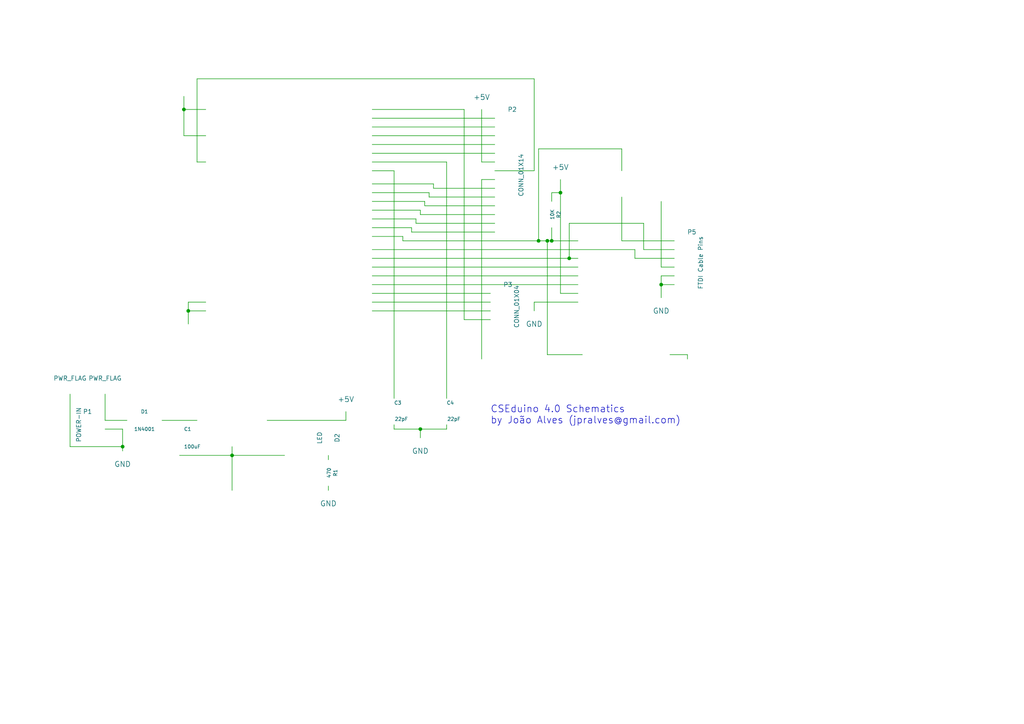
<source format=kicad_sch>
(kicad_sch (version 20211123) (generator eeschema)
  (paper "A4")
  (title_block (title "CSEduino Schematics") (rev "1.0") (company "João Alves"))
  (lib_symbols)
  (junction (at 54.61 90.17))
  (junction (at 191.77 82.55))
  (junction (at 121.92 124.46))
  (junction (at 53.34 31.75))
  (junction (at 158.75 69.85))
  (junction (at 162.56 55.88))
  (junction (at 35.56 129.54))
  (junction (at 160.02 69.85))
  (junction (at 165.1 74.93))
  (junction (at 156.21 69.85))
  (junction (at 67.31 132.08))
  (wire (pts (xy 167.64 87.63) (xy 154.94 87.63)))
  (wire (pts (xy 168.91 102.87) (xy 158.75 102.87)))
  (wire (pts (xy 57.15 22.86) (xy 154.94 22.86)))
  (wire (pts (xy 95.25 140.97) (xy 95.25 142.24)))
  (wire (pts (xy 154.94 22.86) (xy 154.94 49.53)))
  (wire (pts (xy 165.1 64.77) (xy 186.69 64.77)))
  (wire (pts (xy 162.56 52.07) (xy 162.56 55.88)))
  (wire (pts (xy 119.38 67.31) (xy 143.51 67.31)))
  (wire (pts (xy 120.65 63.5) (xy 120.65 64.77)))
  (wire (pts (xy 180.34 69.85) (xy 195.58 69.85)))
  (wire (pts (xy 54.61 90.17) (xy 54.61 93.98)))
  (wire (pts (xy 180.34 43.18) (xy 180.34 49.53)))
  (wire (pts (xy 100.33 121.92) (xy 100.33 119.38)))
  (wire (pts (xy 129.54 46.99) (xy 129.54 115.57)))
  (wire (pts (xy 156.21 69.85) (xy 158.75 69.85)))
  (wire (pts (xy 160.02 55.88) (xy 162.56 55.88)))
  (wire (pts (xy 121.92 124.46) (xy 129.54 124.46)))
  (wire (pts (xy 107.95 41.91) (xy 143.51 41.91)))
  (wire (pts (xy 180.34 57.15) (xy 180.34 69.85)))
  (wire (pts (xy 107.95 74.93) (xy 165.1 74.93)))
  (wire (pts (xy 107.95 72.39) (xy 184.15 72.39)))
  (wire (pts (xy 107.95 85.09) (xy 142.24 85.09)))
  (wire (pts (xy 195.58 80.01) (xy 191.77 80.01)))
  (wire (pts (xy 59.69 90.17) (xy 54.61 90.17)))
  (wire (pts (xy 116.84 69.85) (xy 116.84 68.58)))
  (wire (pts (xy 67.31 132.08) (xy 67.31 142.24)))
  (wire (pts (xy 121.92 124.46) (xy 121.92 127)))
  (wire (pts (xy 52.07 132.08) (xy 67.31 132.08)))
  (wire (pts (xy 160.02 69.85) (xy 167.64 69.85)))
  (wire (pts (xy 114.3 49.53) (xy 114.3 115.57)))
  (wire (pts (xy 77.47 121.92) (xy 100.33 121.92)))
  (wire (pts (xy 139.7 46.99) (xy 139.7 31.75)))
  (wire (pts (xy 107.95 34.29) (xy 143.51 34.29)))
  (wire (pts (xy 59.69 46.99) (xy 57.15 46.99)))
  (wire (pts (xy 191.77 77.47) (xy 191.77 58.42)))
  (wire (pts (xy 53.34 31.75) (xy 53.34 39.37)))
  (wire (pts (xy 121.92 60.96) (xy 121.92 62.23)))
  (wire (pts (xy 30.48 114.3) (xy 30.48 121.92)))
  (wire (pts (xy 107.95 82.55) (xy 167.64 82.55)))
  (wire (pts (xy 53.34 39.37) (xy 59.69 39.37)))
  (wire (pts (xy 194.31 102.87) (xy 199.39 102.87)))
  (wire (pts (xy 160.02 58.42) (xy 160.02 55.88)))
  (wire (pts (xy 107.95 63.5) (xy 120.65 63.5)))
  (wire (pts (xy 165.1 74.93) (xy 167.64 74.93)))
  (wire (pts (xy 116.84 69.85) (xy 156.21 69.85)))
  (wire (pts (xy 107.95 39.37) (xy 143.51 39.37)))
  (wire (pts (xy 107.95 55.88) (xy 124.46 55.88)))
  (wire (pts (xy 143.51 52.07) (xy 139.7 52.07)))
  (wire (pts (xy 57.15 46.99) (xy 57.15 22.86)))
  (wire (pts (xy 107.95 80.01) (xy 167.64 80.01)))
  (wire (pts (xy 35.56 124.46) (xy 35.56 129.54)))
  (wire (pts (xy 156.21 43.18) (xy 156.21 69.85)))
  (wire (pts (xy 121.92 62.23) (xy 143.51 62.23)))
  (wire (pts (xy 124.46 57.15) (xy 143.51 57.15)))
  (wire (pts (xy 184.15 74.93) (xy 195.58 74.93)))
  (wire (pts (xy 195.58 82.55) (xy 191.77 82.55)))
  (wire (pts (xy 180.34 43.18) (xy 156.21 43.18)))
  (wire (pts (xy 154.94 49.53) (xy 143.51 49.53)))
  (wire (pts (xy 107.95 44.45) (xy 143.51 44.45)))
  (wire (pts (xy 129.54 124.46) (xy 129.54 123.19)))
  (wire (pts (xy 20.32 114.3) (xy 20.32 129.54)))
  (wire (pts (xy 35.56 129.54) (xy 35.56 130.81)))
  (wire (pts (xy 125.73 54.61) (xy 143.51 54.61)))
  (wire (pts (xy 116.84 68.58) (xy 107.95 68.58)))
  (wire (pts (xy 134.62 31.75) (xy 134.62 92.71)))
  (wire (pts (xy 114.3 124.46) (xy 114.3 123.19)))
  (wire (pts (xy 199.39 102.87) (xy 199.39 104.14)))
  (wire (pts (xy 107.95 31.75) (xy 134.62 31.75)))
  (wire (pts (xy 20.32 129.54) (xy 35.56 129.54)))
  (wire (pts (xy 160.02 66.04) (xy 160.02 69.85)))
  (wire (pts (xy 107.95 66.04) (xy 119.38 66.04)))
  (wire (pts (xy 124.46 55.88) (xy 124.46 57.15)))
  (wire (pts (xy 107.95 58.42) (xy 123.19 58.42)))
  (wire (pts (xy 191.77 82.55) (xy 191.77 86.36)))
  (wire (pts (xy 120.65 64.77) (xy 143.51 64.77)))
  (wire (pts (xy 53.34 27.94) (xy 53.34 31.75)))
  (wire (pts (xy 143.51 46.99) (xy 139.7 46.99)))
  (wire (pts (xy 67.31 132.08) (xy 82.55 132.08)))
  (wire (pts (xy 139.7 52.07) (xy 139.7 104.14)))
  (wire (pts (xy 186.69 72.39) (xy 195.58 72.39)))
  (wire (pts (xy 54.61 87.63) (xy 54.61 90.17)))
  (wire (pts (xy 158.75 102.87) (xy 158.75 69.85)))
  (wire (pts (xy 107.95 87.63) (xy 142.24 87.63)))
  (wire (pts (xy 158.75 69.85) (xy 160.02 69.85)))
  (wire (pts (xy 107.95 36.83) (xy 143.51 36.83)))
  (wire (pts (xy 107.95 60.96) (xy 121.92 60.96)))
  (wire (pts (xy 107.95 90.17) (xy 142.24 90.17)))
  (wire (pts (xy 134.62 92.71) (xy 142.24 92.71)))
  (wire (pts (xy 123.19 58.42) (xy 123.19 59.69)))
  (wire (pts (xy 119.38 66.04) (xy 119.38 67.31)))
  (wire (pts (xy 195.58 77.47) (xy 191.77 77.47)))
  (wire (pts (xy 59.69 87.63) (xy 54.61 87.63)))
  (wire (pts (xy 125.73 53.34) (xy 125.73 54.61)))
  (wire (pts (xy 46.99 121.92) (xy 57.15 121.92)))
  (wire (pts (xy 184.15 72.39) (xy 184.15 74.93)))
  (wire (pts (xy 162.56 85.09) (xy 167.64 85.09)))
  (wire (pts (xy 95.25 132.08) (xy 95.25 133.35)))
  (wire (pts (xy 162.56 55.88) (xy 162.56 85.09)))
  (wire (pts (xy 165.1 74.93) (xy 165.1 64.77)))
  (wire (pts (xy 67.31 129.54) (xy 67.31 132.08)))
  (wire (pts (xy 123.19 59.69) (xy 143.51 59.69)))
  (wire (pts (xy 154.94 87.63) (xy 154.94 90.17)))
  (wire (pts (xy 30.48 124.46) (xy 35.56 124.46)))
  (wire (pts (xy 59.69 31.75) (xy 53.34 31.75)))
  (wire (pts (xy 107.95 53.34) (xy 125.73 53.34)))
  (wire (pts (xy 114.3 124.46) (xy 121.92 124.46)))
  (wire (pts (xy 107.95 49.53) (xy 114.3 49.53)))
  (wire (pts (xy 191.77 80.01) (xy 191.77 82.55)))
  (wire (pts (xy 186.69 64.77) (xy 186.69 72.39)))
  (wire (pts (xy 30.48 121.92) (xy 36.83 121.92)))
  (wire (pts (xy 107.95 77.47) (xy 167.64 77.47)))
  (wire (pts (xy 107.95 46.99) (xy 129.54 46.99)))
  (text "CSEduino 4.0 Schematics\nby João Alves (jpralves@gmail.com)" (at 142.24 123.19 0) (effects (font (size 2.0066 2.0066)) (justify left bottom)))
  (symbol (lib_id "ATMEGA328-P") (at 82.55 59.69 0) (unit 1)
    (property "Reference" "IC1" (at 63.5 27.94 0) (effects (font (size 1.016 1.016)) (justify left bottom)))
    (property "Value" "ATMEGA328-P" (at 92.71 95.25 0) (effects (font (size 1.016 1.016)) (justify left bottom)))
    (property "Footprint" "DIL28" (at 82.55 59.69 0) (effects (font (size 0.762 0.762) italic)))
  )
  (symbol (lib_id "CONN_01X14") (at 148.59 50.8 0) (unit 1)
    (property "Reference" "P2" (at 148.59 31.75 0))
    (property "Value" "CONN_01X14" (at 151.13 50.8 90))
  )
  (symbol (lib_id "7805") (at 67.31 123.19 0) (unit 1)
    (property "Reference" "U1" (at 71.12 128.1684 0) (effects (font (size 1.524 1.524))))
    (property "Value" "7805" (at 67.31 118.11 0) (effects (font (size 1.524 1.524))))
  )
  (symbol (lib_id "CRYSTAL") (at 121.92 107.95 0) (unit 1)
    (property "Reference" "X1" (at 121.92 104.14 0) (effects (font (size 1.524 1.524))))
    (property "Value" "16 MHz" (at 121.92 111.76 0) (effects (font (size 1.524 1.524))))
  )
  (symbol (lib_id "C") (at 114.3 119.38 0) (unit 1)
    (property "Reference" "C3" (at 114.3 116.84 0) (effects (font (size 1.016 1.016)) (justify left)))
    (property "Value" "22pF" (at 114.4524 121.539 0) (effects (font (size 1.016 1.016)) (justify left)))
  )
  (symbol (lib_id "C") (at 129.54 119.38 0) (unit 1)
    (property "Reference" "C4" (at 129.54 116.84 0) (effects (font (size 1.016 1.016)) (justify left)))
    (property "Value" "22pF" (at 129.6924 121.539 0) (effects (font (size 1.016 1.016)) (justify left)))
  )
  (symbol (lib_id "GND") (at 121.92 127 0) (unit 1)
    (property "Reference" "#PWR01" (effects hide))
    (property "Value" "GND" (at 121.92 130.81 0) (effects (font (size 1.524 1.524))))
  )
  (symbol (lib_id "CAPAPOL") (at 82.55 127 0) (unit 1)
    (property "Reference" "C2" (at 83.82 124.46 0) (effects (font (size 1.016 1.016)) (justify left)))
    (property "Value" "100uF" (at 83.82 129.54 0) (effects (font (size 1.016 1.016)) (justify left)))
  )
  (symbol (lib_id "CAPAPOL") (at 52.07 127 0) (unit 1)
    (property "Reference" "C1" (at 53.34 124.46 0) (effects (font (size 1.016 1.016)) (justify left)))
    (property "Value" "100uF" (at 53.34 129.54 0) (effects (font (size 1.016 1.016)) (justify left)))
  )
  (symbol (lib_id "GND") (at 67.31 142.24 0) (unit 1)
    (property "Reference" "#PWR02" (effects hide))
    (property "Value" "GND" (at 67.31 146.05 0) (effects (font (size 1.524 1.524))))
  )
  (symbol (lib_id "R") (at 95.25 137.16 0) (unit 1)
    (property "Reference" "R1" (at 97.282 137.16 90) (effects (font (size 1.016 1.016))))
    (property "Value" "470" (at 95.4278 137.1346 90) (effects (font (size 1.016 1.016))))
  )
  (symbol (lib_id "LED") (at 95.25 127 270) (mirror x) (unit 1)
    (property "Reference" "D2" (at 97.79 127 0))
    (property "Value" "LED" (at 92.71 127 0))
  )
  (symbol (lib_id "GND") (at 95.25 142.24 0) (unit 1)
    (property "Reference" "#PWR03" (effects hide))
    (property "Value" "GND" (at 95.25 146.05 0) (effects (font (size 1.524 1.524))))
  )
  (symbol (lib_id "+5V") (at 100.33 119.38 0) (unit 1)
    (property "Reference" "#PWR04" (effects hide))
    (property "Value" "+5V" (at 100.33 115.824 0) (effects (font (size 1.524 1.524))))
  )
  (symbol (lib_id "+5V") (at 53.34 27.94 0) (unit 1)
    (property "Reference" "#PWR05" (effects hide))
    (property "Value" "+5V" (at 53.34 24.384 0) (effects (font (size 1.524 1.524))))
  )
  (symbol (lib_id "GND") (at 54.61 93.98 0) (unit 1)
    (property "Reference" "#PWR06" (effects hide))
    (property "Value" "GND" (at 54.61 97.79 0) (effects (font (size 1.524 1.524))))
  )
  (symbol (lib_id "CONN_01X02") (at 25.4 123.19 0) (mirror y) (unit 1)
    (property "Reference" "P1" (at 25.4 119.38 0))
    (property "Value" "POWER-IN" (at 22.86 123.19 90))
  )
  (symbol (lib_id "GND") (at 35.56 130.81 0) (unit 1)
    (property "Reference" "#PWR07" (effects hide))
    (property "Value" "GND" (at 35.56 134.62 0) (effects (font (size 1.524 1.524))))
  )
  (symbol (lib_id "DIODE") (at 41.91 121.92 0) (unit 1)
    (property "Reference" "D1" (at 41.91 119.38 0) (effects (font (size 1.016 1.016))))
    (property "Value" "1N4001" (at 41.91 124.46 0) (effects (font (size 1.016 1.016))))
  )
  (symbol (lib_id "CONN_01X04") (at 147.32 88.9 0) (unit 1)
    (property "Reference" "P3" (at 147.32 82.55 0))
    (property "Value" "CONN_01X04" (at 149.86 88.9 90))
  )
  (symbol (lib_id "CONN_01X08") (at 172.72 78.74 0) (unit 1)
    (property "Reference" "P4" (at 172.72 67.31 0))
    (property "Value" "CONN_01X08" (at 175.26 78.74 90))
  )
  (symbol (lib_id "GND") (at 154.94 90.17 0) (unit 1)
    (property "Reference" "#PWR08" (effects hide))
    (property "Value" "GND" (at 154.94 93.98 0) (effects (font (size 1.524 1.524))))
  )
  (symbol (lib_id "R") (at 160.02 62.23 0) (unit 1)
    (property "Reference" "R2" (at 162.052 62.23 90) (effects (font (size 1.016 1.016))))
    (property "Value" "10K" (at 160.1978 62.2046 90) (effects (font (size 1.016 1.016))))
  )
  (symbol (lib_id "+5V") (at 162.56 52.07 0) (unit 1)
    (property "Reference" "#PWR09" (effects hide))
    (property "Value" "+5V" (at 162.56 48.514 0) (effects (font (size 1.524 1.524))))
  )
  (symbol (lib_id "CONN_01X06") (at 200.66 76.2 0) (unit 1)
    (property "Reference" "P5" (at 200.66 67.31 0))
    (property "Value" "FTDI Cable Pins" (at 203.2 76.2 90))
  )
  (symbol (lib_id "+5V") (at 191.77 58.42 0) (unit 1)
    (property "Reference" "#PWR010" (effects hide))
    (property "Value" "+5V" (at 191.77 54.864 0) (effects (font (size 1.524 1.524))))
  )
  (symbol (lib_id "GND") (at 191.77 86.36 0) (unit 1)
    (property "Reference" "#PWR011" (effects hide))
    (property "Value" "GND" (at 191.77 90.17 0) (effects (font (size 1.524 1.524))))
  )
  (symbol (lib_id "C") (at 180.34 53.34 0) (unit 1)
    (property "Reference" "C5" (at 180.34 50.8 0) (effects (font (size 1.016 1.016)) (justify left)))
    (property "Value" "100nF" (at 180.4924 55.499 0) (effects (font (size 1.016 1.016)) (justify left)))
  )
  (symbol (lib_id "SPST") (at 181.61 102.87 0) (unit 1)
    (property "Reference" "SW1" (at 181.61 100.33 0) (effects (font (size 1.778 1.778))))
    (property "Value" "SPST" (at 181.61 105.41 0) (effects (font (size 1.778 1.778))))
  )
  (symbol (lib_id "GND") (at 199.39 104.14 0) (unit 1)
    (property "Reference" "#PWR012" (effects hide))
    (property "Value" "GND" (at 199.39 107.95 0) (effects (font (size 1.524 1.524))))
  )
  (symbol (lib_id "+5V") (at 139.7 31.75 0) (unit 1)
    (property "Reference" "#PWR013" (effects hide))
    (property "Value" "+5V" (at 139.7 28.194 0) (effects (font (size 1.524 1.524))))
  )
  (symbol (lib_id "GND") (at 139.7 104.14 0) (unit 1)
    (property "Reference" "#PWR014" (effects hide))
    (property "Value" "GND" (at 139.7 107.95 0))
  )
  (symbol (lib_id "PWR_FLAG") (at 30.48 114.3 0) (unit 1)
    (property "Reference" "#FLG015" (effects hide))
    (property "Value" "PWR_FLAG" (at 30.48 109.728 0))
  )
  (symbol (lib_id "PWR_FLAG") (at 20.32 114.3 0) (unit 1)
    (property "Reference" "#FLG016" (effects hide))
    (property "Value" "PWR_FLAG" (at 20.32 109.728 0))
  )
)
</source>
